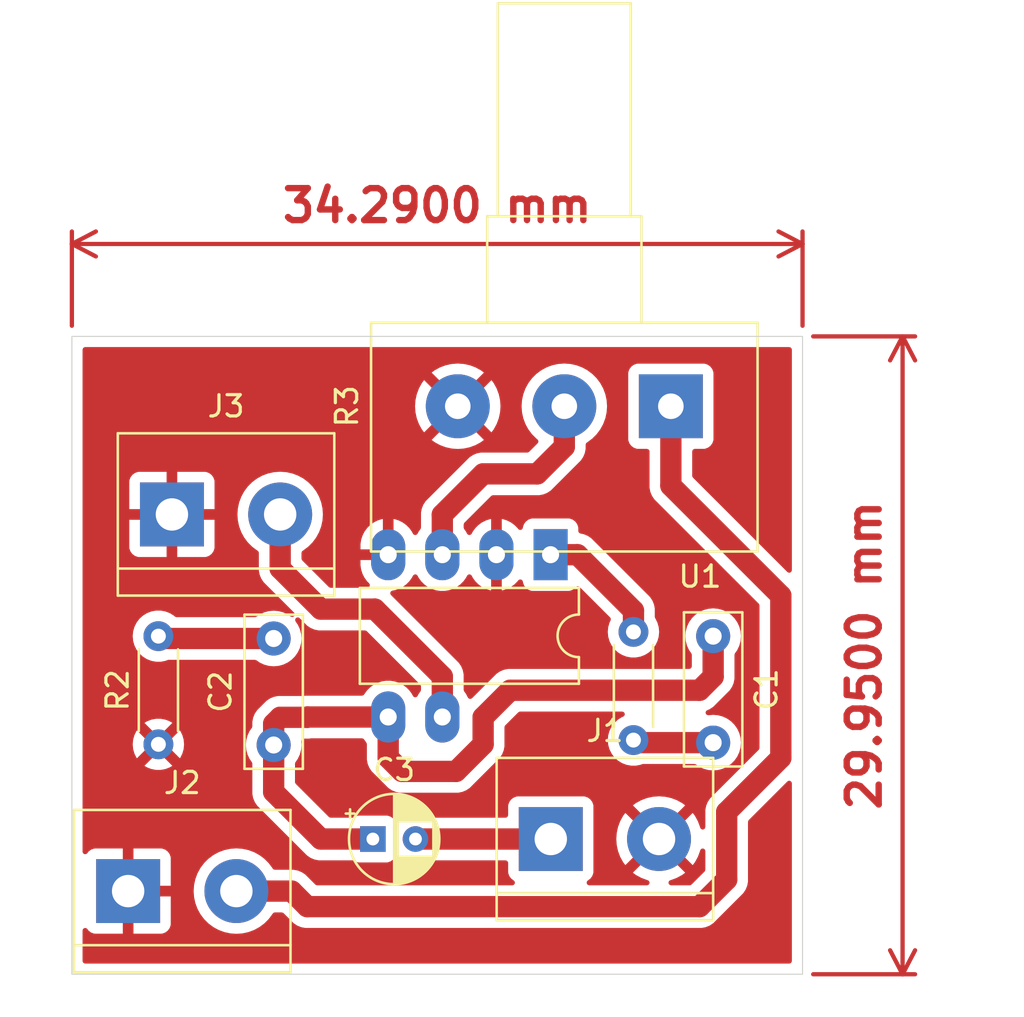
<source format=kicad_pcb>
(kicad_pcb (version 20240108) (generator "pcbnew") (generator_version "8.0")
  (layers (0 "F.Cu" signal) (31 "B.Cu" signal) (34 "B.Paste" user) (35 "F.Paste" user) (36 "B.SilkS" user "B.Silkscreen") (37 "F.SilkS" user "F.Silkscreen") (38 "B.Mask" user) (39 "F.Mask" user) (44 "Edge.Cuts" user))
  (net 0 "")
  (net 1 "Net-(C1-Pad2)")
  (net 2 "Net-(C1-Pad1)")
  (net 3 "Net-(C2-Pad2)")
  (net 4 "GND")
  (net 5 "VCC")
  (net 6 "Net-(R1-Pad1)")
  (net 7 "Net-(U1-+)")
  (net 8 "Net-(J1-Pin_1)")
  (net 9 "Net-(J2-Pin_2)")
  (footprint "Capacitor_THT:C_Rect_L7.0mm_W2.5mm_P5.00mm" (layer "F.Cu") (at 73.99 69.88 90)
    (property "Reference" "C2" (at 2.5 -2.5 -90) (layer "F.SilkS"))
    (property "Value" "C")
    (fp_line (start 6.12 -1.37) (end 6.12 1.37) (stroke (width 0.12)) (layer "F.SilkS"))
    (fp_line (start -1.12 -1.37) (end 6.12 -1.37) (stroke (width 0.12)) (layer "F.SilkS"))
    (fp_line (start -1.12 -1.37) (end -1.12 1.37) (stroke (width 0.12)) (layer "F.SilkS"))
    (fp_line (start -1.12 1.37) (end 6.12 1.37) (stroke (width 0.12)) (layer "F.SilkS"))
    (pad "1" thru_hole circle (at 0 0 90) (size 1.6 1.6) (drill 0.8) (layers "*.Cu" "*.Mask") (net 2 "Net-(C1-Pad1)"))
    (pad "2" thru_hole circle (at 5 0 90) (size 1.6 1.6) (drill 0.8) (layers "*.Cu" "*.Mask") (net 3 "Net-(C2-Pad2)"))
  )
  (footprint "Capacitor_THT:CP_Radial_D4.0mm_P2.00mm" (layer "F.Cu") (at 78.645 74.295)
    (property "Reference" "C3" (at 1 -3.25 0) (layer "F.SilkS"))
    (property "Value" "C_Polarized" (hide yes))
    (fp_line (start -1.269801 -1.195) (end -0.869801 -1.195) (stroke (width 0.12)) (layer "F.SilkS"))
    (fp_line (start -1.069801 -1.395) (end -1.069801 -0.995) (stroke (width 0.12)) (layer "F.SilkS"))
    (fp_line (start 1 -2.08) (end 1 2.08) (stroke (width 0.12)) (layer "F.SilkS"))
    (fp_line (start 1.04 -2.08) (end 1.04 2.08) (stroke (width 0.12)) (layer "F.SilkS"))
    (fp_line (start 1.08 -2.079) (end 1.08 2.079) (stroke (width 0.12)) (layer "F.SilkS"))
    (fp_line (start 1.12 -2.077) (end 1.12 2.077) (stroke (width 0.12)) (layer "F.SilkS"))
    (fp_line (start 1.16 -2.074) (end 1.16 2.074) (stroke (width 0.12)) (layer "F.SilkS"))
    (fp_line (start 1.2 -2.071) (end 1.2 -0.84) (stroke (width 0.12)) (layer "F.SilkS"))
    (fp_line (start 1.2 0.84) (end 1.2 2.071) (stroke (width 0.12)) (layer "F.SilkS"))
    (fp_line (start 1.24 -2.067) (end 1.24 -0.84) (stroke (width 0.12)) (layer "F.SilkS"))
    (fp_line (start 1.24 0.84) (end 1.24 2.067) (stroke (width 0.12)) (layer "F.SilkS"))
    (fp_line (start 1.28 -2.062) (end 1.28 -0.84) (stroke (width 0.12)) (layer "F.SilkS"))
    (fp_line (start 1.28 0.84) (end 1.28 2.062) (stroke (width 0.12)) (layer "F.SilkS"))
    (fp_line (start 1.32 -2.056) (end 1.32 -0.84) (stroke (width 0.12)) (layer "F.SilkS"))
    (fp_line (start 1.32 0.84) (end 1.32 2.056) (stroke (width 0.12)) (layer "F.SilkS"))
    (fp_line (start 1.36 -2.05) (end 1.36 -0.84) (stroke (width 0.12)) (layer "F.SilkS"))
    (fp_line (start 1.36 0.84) (end 1.36 2.05) (stroke (width 0.12)) (layer "F.SilkS"))
    (fp_line (start 1.4 -2.042) (end 1.4 -0.84) (stroke (width 0.12)) (layer "F.SilkS"))
    (fp_line (start 1.4 0.84) (end 1.4 2.042) (stroke (width 0.12)) (layer "F.SilkS"))
    (fp_line (start 1.44 -2.034) (end 1.44 -0.84) (stroke (width 0.12)) (layer "F.SilkS"))
    (fp_line (start 1.44 0.84) (end 1.44 2.034) (stroke (width 0.12)) (layer "F.SilkS"))
    (fp_line (start 1.48 -2.025) (end 1.48 -0.84) (stroke (width 0.12)) (layer "F.SilkS"))
    (fp_line (start 1.48 0.84) (end 1.48 2.025) (stroke (width 0.12)) (layer "F.SilkS"))
    (fp_line (start 1.52 -2.016) (end 1.52 -0.84) (stroke (width 0.12)) (layer "F.SilkS"))
    (fp_line (start 1.52 0.84) (end 1.52 2.016) (stroke (width 0.12)) (layer "F.SilkS"))
    (fp_line (start 1.56 -2.005) (end 1.56 -0.84) (stroke (width 0.12)) (layer "F.SilkS"))
    (fp_line (start 1.56 0.84) (end 1.56 2.005) (stroke (width 0.12)) (layer "F.SilkS"))
    (fp_line (start 1.6 -1.994) (end 1.6 -0.84) (stroke (width 0.12)) (layer "F.SilkS"))
    (fp_line (start 1.6 0.84) (end 1.6 1.994) (stroke (width 0.12)) (layer "F.SilkS"))
    (fp_line (start 1.64 -1.982) (end 1.64 -0.84) (stroke (width 0.12)) (layer "F.SilkS"))
    (fp_line (start 1.64 0.84) (end 1.64 1.982) (stroke (width 0.12)) (layer "F.SilkS"))
    (fp_line (start 1.68 -1.968) (end 1.68 -0.84) (stroke (width 0.12)) (layer "F.SilkS"))
    (fp_line (start 1.68 0.84) (end 1.68 1.968) (stroke (width 0.12)) (layer "F.SilkS"))
    (fp_line (start 1.721 -1.954) (end 1.721 -0.84) (stroke (width 0.12)) (layer "F.SilkS"))
    (fp_line (start 1.721 0.84) (end 1.721 1.954) (stroke (width 0.12)) (layer "F.SilkS"))
    (fp_line (start 1.761 -1.94) (end 1.761 -0.84) (stroke (width 0.12)) (layer "F.SilkS"))
    (fp_line (start 1.761 0.84) (end 1.761 1.94) (stroke (width 0.12)) (layer "F.SilkS"))
    (fp_line (start 1.801 -1.924) (end 1.801 -0.84) (stroke (width 0.12)) (layer "F.SilkS"))
    (fp_line (start 1.801 0.84) (end 1.801 1.924) (stroke (width 0.12)) (layer "F.SilkS"))
    (fp_line (start 1.841 -1.907) (end 1.841 -0.84) (stroke (width 0.12)) (layer "F.SilkS"))
    (fp_line (start 1.841 0.84) (end 1.841 1.907) (stroke (width 0.12)) (layer "F.SilkS"))
    (fp_line (start 1.881 -1.889) (end 1.881 -0.84) (stroke (width 0.12)) (layer "F.SilkS"))
    (fp_line (start 1.881 0.84) (end 1.881 1.889) (stroke (width 0.12)) (layer "F.SilkS"))
    (fp_line (start 1.921 -1.87) (end 1.921 -0.84) (stroke (width 0.12)) (layer "F.SilkS"))
    (fp_line (start 1.921 0.84) (end 1.921 1.87) (stroke (width 0.12)) (layer "F.SilkS"))
    (fp_line (start 1.961 -1.851) (end 1.961 -0.84) (stroke (width 0.12)) (layer "F.SilkS"))
    (fp_line (start 1.961 0.84) (end 1.961 1.851) (stroke (width 0.12)) (layer "F.SilkS"))
    (fp_line (start 2.001 -1.83) (end 2.001 -0.84) (stroke (width 0.12)) (layer "F.SilkS"))
    (fp_line (start 2.001 0.84) (end 2.001 1.83) (stroke (width 0.12)) (layer "F.SilkS"))
    (fp_line (start 2.041 -1.808) (end 2.041 -0.84) (stroke (width 0.12)) (layer "F.SilkS"))
    (fp_line (start 2.041 0.84) (end 2.041 1.808) (stroke (width 0.12)) (layer "F.SilkS"))
    (fp_line (start 2.081 -1.785) (end 2.081 -0.84) (stroke (width 0.12)) (layer "F.SilkS"))
    (fp_line (start 2.081 0.84) (end 2.081 1.785) (stroke (width 0.12)) (layer "F.SilkS"))
    (fp_line (start 2.121 -1.76) (end 2.121 -0.84) (stroke (width 0.12)) (layer "F.SilkS"))
    (fp_line (start 2.121 0.84) (end 2.121 1.76) (stroke (width 0.12)) (layer "F.SilkS"))
    (fp_line (start 2.161 -1.735) (end 2.161 -0.84) (stroke (width 0.12)) (layer "F.SilkS"))
    (fp_line (start 2.161 0.84) (end 2.161 1.735) (stroke (width 0.12)) (layer "F.SilkS"))
    (fp_line (start 2.201 -1.708) (end 2.201 -0.84) (stroke (width 0.12)) (layer "F.SilkS"))
    (fp_line (start 2.201 0.84) (end 2.201 1.708) (stroke (width 0.12)) (layer "F.SilkS"))
    (fp_line (start 2.241 -1.68) (end 2.241 -0.84) (stroke (width 0.12)) (layer "F.SilkS"))
    (fp_line (start 2.241 0.84) (end 2.241 1.68) (stroke (width 0.12)) (layer "F.SilkS"))
    (fp_line (start 2.281 -1.65) (end 2.281 -0.84) (stroke (width 0.12)) (layer "F.SilkS"))
    (fp_line (start 2.281 0.84) (end 2.281 1.65) (stroke (width 0.12)) (layer "F.SilkS"))
    (fp_line (start 2.321 -1.619) (end 2.321 -0.84) (stroke (width 0.12)) (layer "F.SilkS"))
    (fp_line (start 2.321 0.84) (end 2.321 1.619) (stroke (width 0.12)) (layer "F.SilkS"))
    (fp_line (start 2.361 -1.587) (end 2.361 -0.84) (stroke (width 0.12)) (layer "F.SilkS"))
    (fp_line (start 2.361 0.84) (end 2.361 1.587) (stroke (width 0.12)) (layer "F.SilkS"))
    (fp_line (start 2.401 -1.552) (end 2.401 -0.84) (stroke (width 0.12)) (layer "F.SilkS"))
    (fp_line (start 2.401 0.84) (end 2.401 1.552) (stroke (width 0.12)) (layer "F.SilkS"))
    (fp_line (start 2.441 -1.516) (end 2.441 -0.84) (stroke (width 0.12)) (layer "F.SilkS"))
    (fp_line (start 2.441 0.84) (end 2.441 1.516) (stroke (width 0.12)) (layer "F.SilkS"))
    (fp_line (start 2.481 -1.478) (end 2.481 -0.84) (stroke (width 0.12)) (layer "F.SilkS"))
    (fp_line (start 2.481 0.84) (end 2.481 1.478) (stroke (width 0.12)) (layer "F.SilkS"))
    (fp_line (start 2.521 -1.438) (end 2.521 -0.84) (stroke (width 0.12)) (layer "F.SilkS"))
    (fp_line (start 2.521 0.84) (end 2.521 1.438) (stroke (width 0.12)) (layer "F.SilkS"))
    (fp_line (start 2.561 -1.396) (end 2.561 -0.84) (stroke (width 0.12)) (layer "F.SilkS"))
    (fp_line (start 2.561 0.84) (end 2.561 1.396) (stroke (width 0.12)) (layer "F.SilkS"))
    (fp_line (start 2.601 -1.351) (end 2.601 -0.84) (stroke (width 0.12)) (layer "F.SilkS"))
    (fp_line (start 2.601 0.84) (end 2.601 1.351) (stroke (width 0.12)) (layer "F.SilkS"))
    (fp_line (start 2.641 -1.304) (end 2.641 -0.84) (stroke (width 0.12)) (layer "F.SilkS"))
    (fp_line (start 2.641 0.84) (end 2.641 1.304) (stroke (width 0.12)) (layer "F.SilkS"))
    (fp_line (start 2.681 -1.254) (end 2.681 -0.84) (stroke (width 0.12)) (layer "F.SilkS"))
    (fp_line (start 2.681 0.84) (end 2.681 1.254) (stroke (width 0.12)) (layer "F.SilkS"))
    (fp_line (start 2.721 -1.2) (end 2.721 -0.84) (stroke (width 0.12)) (layer "F.SilkS"))
    (fp_line (start 2.721 0.84) (end 2.721 1.2) (stroke (width 0.12)) (layer "F.SilkS"))
    (fp_line (start 2.761 -1.142) (end 2.761 -0.84) (stroke (width 0.12)) (layer "F.SilkS"))
    (fp_line (start 2.761 0.84) (end 2.761 1.142) (stroke (width 0.12)) (layer "F.SilkS"))
    (fp_line (start 2.801 -1.08) (end 2.801 -0.84) (stroke (width 0.12)) (layer "F.SilkS"))
    (fp_line (start 2.801 0.84) (end 2.801 1.08) (stroke (width 0.12)) (layer "F.SilkS"))
    (fp_line (start 2.841 -1.013) (end 2.841 1.013) (stroke (width 0.12)) (layer "F.SilkS"))
    (fp_line (start 2.881 -0.94) (end 2.881 0.94) (stroke (width 0.12)) (layer "F.SilkS"))
    (fp_line (start 2.921 -0.859) (end 2.921 0.859) (stroke (width 0.12)) (layer "F.SilkS"))
    (fp_line (start 2.961 -0.768) (end 2.961 0.768) (stroke (width 0.12)) (layer "F.SilkS"))
    (fp_line (start 3.001 -0.664) (end 3.001 0.664) (stroke (width 0.12)) (layer "F.SilkS"))
    (fp_line (start 3.041 -0.537) (end 3.041 0.537) (stroke (width 0.12)) (layer "F.SilkS"))
    (fp_line (start 3.081 -0.37) (end 3.081 0.37) (stroke (width 0.12)) (layer "F.SilkS"))
    (fp_circle (center 1 0) (end 3.12 0) (stroke (width 0.12)) (fill none) (layer "F.SilkS"))
    (pad "1" thru_hole rect (at 0 0) (size 1.2 1.2) (drill 0.6) (layers "*.Cu" "*.Mask") (net 2 "Net-(C1-Pad1)"))
    (pad "2" thru_hole circle (at 2 0) (size 1.2 1.2) (drill 0.6) (layers "*.Cu" "*.Mask") (net 8 "Net-(J1-Pin_1)"))
  )
  (footprint "TerminalBlock:TerminalBlock_bornier-2_P5.08mm" (layer "F.Cu") (at 86.995 74.295)
    (property "Reference" "J1" (at 2.54 -5.08 0) (layer "F.SilkS"))
    (property "Value" "Screw_Terminal_01x02")
    (fp_line (start -2.54 -3.81) (end -2.54 3.81) (stroke (width 0.12)) (layer "F.SilkS"))
    (fp_line (start -2.54 3.81) (end 7.62 3.81) (stroke (width 0.12)) (layer "F.SilkS"))
    (fp_line (start 7.62 -3.81) (end -2.54 -3.81) (stroke (width 0.12)) (layer "F.SilkS"))
    (fp_line (start 7.62 2.54) (end -2.54 2.54) (stroke (width 0.12)) (layer "F.SilkS"))
    (fp_line (start 7.62 3.81) (end 7.62 -3.81) (stroke (width 0.12)) (layer "F.SilkS"))
    (pad "1" thru_hole rect (at 0 0) (size 3 3) (drill 1.52) (layers "*.Cu" "*.Mask") (net 8 "Net-(J1-Pin_1)"))
    (pad "2" thru_hole circle (at 5.08 0) (size 3 3) (drill 1.52) (layers "*.Cu" "*.Mask") (net 4 "GND"))
  )
  (footprint "Resistor_THT:R_Axial_DIN0204_L3.6mm_D1.6mm_P5.08mm_Horizontal" (layer "F.Cu") (at 68.58 69.85 90)
    (property "Reference" "R2" (at 2.54 -1.92 -90) (layer "F.SilkS"))
    (property "Value" "R")
    (fp_line (start 0.62 -0.92) (end 4.46 -0.92) (stroke (width 0.12)) (layer "F.SilkS"))
    (fp_line (start 0.62 0.92) (end 4.46 0.92) (stroke (width 0.12)) (layer "F.SilkS"))
    (pad "1" thru_hole circle (at 0 0 90) (size 1.4 1.4) (drill 0.7) (layers "*.Cu" "*.Mask") (net 4 "GND"))
    (pad "2" thru_hole oval (at 5.08 0 90) (size 1.4 1.4) (drill 0.7) (layers "*.Cu" "*.Mask") (net 3 "Net-(C2-Pad2)"))
  )
  (footprint "Capacitor_THT:C_Rect_L7.0mm_W2.5mm_P5.00mm" (layer "F.Cu") (at 94.615 64.77 -90)
    (property "Reference" "C1" (at 2.5 -2.5 90) (layer "F.SilkS"))
    (property "Value" "C")
    (fp_line (start -1.12 1.37) (end 6.12 1.37) (stroke (width 0.12)) (layer "F.SilkS"))
    (fp_line (start -1.12 -1.37) (end -1.12 1.37) (stroke (width 0.12)) (layer "F.SilkS"))
    (fp_line (start -1.12 -1.37) (end 6.12 -1.37) (stroke (width 0.12)) (layer "F.SilkS"))
    (fp_line (start 6.12 -1.37) (end 6.12 1.37) (stroke (width 0.12)) (layer "F.SilkS"))
    (pad "1" thru_hole circle (at 0 0 270) (size 1.6 1.6) (drill 0.8) (layers "*.Cu" "*.Mask") (net 2 "Net-(C1-Pad1)"))
    (pad "2" thru_hole circle (at 5 0 270) (size 1.6 1.6) (drill 0.8) (layers "*.Cu" "*.Mask") (net 1 "Net-(C1-Pad2)"))
  )
  (footprint "Potentiometer_THT:Potentiometer_Alps_RK163_Single_Horizontal" (layer "F.Cu") (at 92.63 53.975 -90)
    (property "Reference" "R3" (at 0 15.2 90) (layer "F.SilkS"))
    (property "Value" "POT")
    (fp_line (start -3.92 14.07) (end -3.92 -4.07) (stroke (width 0.12)) (layer "F.SilkS"))
    (fp_line (start 6.82 14.07) (end -3.92 14.07) (stroke (width 0.12)) (layer "F.SilkS"))
    (fp_line (start 6.82 14.07) (end 6.82 -4.07) (stroke (width 0.12)) (layer "F.SilkS"))
    (fp_line (start -8.92 8.62) (end -8.92 1.38) (stroke (width 0.12)) (layer "F.SilkS"))
    (fp_line (start -3.92 8.62) (end -8.92 8.62) (stroke (width 0.12)) (layer "F.SilkS"))
    (fp_line (start -18.92 8.12) (end -18.92 1.88) (stroke (width 0.12)) (layer "F.SilkS"))
    (fp_line (start -8.92 8.12) (end -18.92 8.12) (stroke (width 0.12)) (layer "F.SilkS"))
    (fp_line (start -8.92 1.88) (end -18.92 1.88) (stroke (width 0.12)) (layer "F.SilkS"))
    (fp_line (start -3.92 1.38) (end -8.92 1.38) (stroke (width 0.12)) (layer "F.SilkS"))
    (fp_line (start 6.82 -4.07) (end -3.92 -4.07) (stroke (width 0.12)) (layer "F.SilkS"))
    (pad "1" thru_hole rect (at 0 0 90) (size 3 3) (drill 1.2) (layers "*.Cu" "*.Mask") (net 9 "Net-(J2-Pin_2)"))
    (pad "2" thru_hole circle (at 0 5 90) (size 3 3) (drill 1.2) (layers "*.Cu" "*.Mask") (net 7 "Net-(U1-+)"))
    (pad "3" thru_hole circle (at 0 10 90) (size 3 3) (drill 1.2) (layers "*.Cu" "*.Mask") (net 4 "GND"))
  )
  (footprint "Package_DIP:DIP-8_W7.62mm_LongPads" (layer "F.Cu") (at 86.985 60.945 -90)
    (property "Reference" "U1" (at 1.025 -7.01 180) (layer "F.SilkS"))
    (property "Value" "LM386")
    (fp_line (start 1.56 8.95) (end 6.06 8.95) (stroke (width 0.12)) (layer "F.SilkS"))
    (fp_line (start 6.06 8.95) (end 6.06 -1.33) (stroke (width 0.12)) (layer "F.SilkS"))
    (fp_line (start 1.56 -1.33) (end 1.56 8.95) (stroke (width 0.12)) (layer "F.SilkS"))
    (fp_line (start 2.81 -1.33) (end 1.56 -1.33) (stroke (width 0.12)) (layer "F.SilkS"))
    (fp_line (start 6.06 -1.33) (end 4.81 -1.33) (stroke (width 0.12)) (layer "F.SilkS"))
    (fp_arc (start 4.81 -1.33) (mid 3.81 -0.33) (end 2.81 -1.33) (stroke (width 0.12)) (layer "F.SilkS"))
    (pad "1" thru_hole rect (at 0 0 270) (size 2.4 1.6) (drill 0.8) (layers "*.Cu" "*.Mask") (net 6 "Net-(R1-Pad1)"))
    (pad "2" thru_hole oval (at 0 2.54 270) (size 2.4 1.6) (drill 0.8) (layers "*.Cu" "*.Mask") (net 4 "GND"))
    (pad "3" thru_hole oval (at 0 5.08 270) (size 2.4 1.6) (drill 0.8) (layers "*.Cu" "*.Mask") (net 7 "Net-(U1-+)"))
    (pad "4" thru_hole oval (at 0 7.62 270) (size 2.4 1.6) (drill 0.8) (layers "*.Cu" "*.Mask") (net 4 "GND"))
    (pad "5" thru_hole oval (at 7.62 7.62 270) (size 2.4 1.6) (drill 0.8) (layers "*.Cu" "*.Mask") (net 2 "Net-(C1-Pad1)"))
    (pad "6" thru_hole oval (at 7.62 5.08 270) (size 2.4 1.6) (drill 0.8) (layers "*.Cu" "*.Mask") (net 5 "VCC"))
  )
  (footprint "TerminalBlock:TerminalBlock_bornier-2_P5.08mm" (layer "F.Cu") (at 69.215 59.055)
    (property "Reference" "J3" (at 2.54 -5.08 0) (layer "F.SilkS"))
    (property "Value" "Screw_Terminal_01x02")
    (fp_line (start -2.54 -3.81) (end -2.54 3.81) (stroke (width 0.12)) (layer "F.SilkS"))
    (fp_line (start -2.54 3.81) (end 7.62 3.81) (stroke (width 0.12)) (layer "F.SilkS"))
    (fp_line (start 7.62 -3.81) (end -2.54 -3.81) (stroke (width 0.12)) (layer "F.SilkS"))
    (fp_line (start 7.62 2.54) (end -2.54 2.54) (stroke (width 0.12)) (layer "F.SilkS"))
    (fp_line (start 7.62 3.81) (end 7.62 -3.81) (stroke (width 0.12)) (layer "F.SilkS"))
    (pad "1" thru_hole rect (at 0 0) (size 3 3) (drill 1.52) (layers "*.Cu" "*.Mask") (net 4 "GND"))
    (pad "2" thru_hole circle (at 5.08 0) (size 3 3) (drill 1.52) (layers "*.Cu" "*.Mask") (net 5 "VCC"))
  )
  (footprint "Resistor_THT:R_Axial_DIN0204_L3.6mm_D1.6mm_P5.08mm_Horizontal" (layer "F.Cu") (at 90.875 64.57 -90)
    (property "Reference" "R1" (hide yes))
    (property "Value" "R")
    (fp_line (start 0.62 0.92) (end 4.46 0.92) (stroke (width 0.12)) (layer "F.SilkS"))
    (fp_line (start 0.62 -0.92) (end 4.46 -0.92) (stroke (width 0.12)) (layer "F.SilkS"))
    (pad "1" thru_hole circle (at 0 0 270) (size 1.4 1.4) (drill 0.7) (layers "*.Cu" "*.Mask") (net 6 "Net-(R1-Pad1)"))
    (pad "2" thru_hole oval (at 5.08 0 270) (size 1.4 1.4) (drill 0.7) (layers "*.Cu" "*.Mask") (net 1 "Net-(C1-Pad2)"))
  )
  (footprint "TerminalBlock:TerminalBlock_bornier-2_P5.08mm" (layer "F.Cu") (at 67.16 76.74)
    (property "Reference" "J2" (at 2.54 -5.08 0) (layer "F.SilkS"))
    (property "Value" "Screw_Terminal_01x02")
    (fp_line (start -2.54 -3.81) (end -2.54 3.81) (stroke (width 0.12)) (layer "F.SilkS"))
    (fp_line (start -2.54 3.81) (end 7.62 3.81) (stroke (width 0.12)) (layer "F.SilkS"))
    (fp_line (start 7.62 -3.81) (end -2.54 -3.81) (stroke (width 0.12)) (layer "F.SilkS"))
    (fp_line (start 7.62 2.54) (end -2.54 2.54) (stroke (width 0.12)) (layer "F.SilkS"))
    (fp_line (start 7.62 3.81) (end 7.62 -3.81) (stroke (width 0.12)) (layer "F.SilkS"))
    (pad "1" thru_hole rect (at 0 0) (size 3 3) (drill 1.52) (layers "*.Cu" "*.Mask") (net 4 "GND"))
    (pad "2" thru_hole circle (at 5.08 0) (size 3 3) (drill 1.52) (layers "*.Cu" "*.Mask") (net 9 "Net-(J2-Pin_2)"))
  )
  (gr_rect (start 64.52 50.695) (end 98.81 80.645) (stroke (width 0.05)) (fill none) (layer "Edge.Cuts"))
  (dimension (type aligned) (layer "F.Cu") (pts (xy 64.52 50.695) (xy 98.81 50.695)) (height -4.34) (gr_text "34,2900 mm" (at 81.665 44.555 0) (layer "F.Cu") (effects (font (size 1.5 1.5) (thickness 0.3)))) (format (prefix "") (suffix "") (units 3) (units_format 1) (precision 4)) (style (thickness 0.2) (arrow_length 1.27) (text_position_mode 0) (extension_height 0.58642) (extension_offset 0.5) keep_text_aligned))
  (dimension (type aligned) (layer "F.Cu") (pts (xy 98.81 50.695) (xy 98.81 80.645)) (height -4.695) (gr_text "29,9500 mm" (at 101.705 65.67 90) (layer "F.Cu") (effects (font (size 1.5 1.5) (thickness 0.3)))) (format (prefix "") (suffix "") (units 3) (units_format 1) (precision 4)) (style (thickness 0.2) (arrow_length 1.27) (text_position_mode 0) (extension_height 0.58642) (extension_offset 0.5) keep_text_aligned))
  (segment (start 90.995 69.77) (end 90.875 69.65) (width 1) (layer "F.Cu") (net 1))
  (segment (start 94.615 69.77) (end 90.995 69.77) (width 1) (layer "F.Cu") (net 1))
  (segment (start 79.365 70.475) (end 80.01 71.12) (width 1) (layer "F.Cu") (net 2))
  (segment (start 85.09 67.31) (end 93.98 67.31) (width 1) (layer "F.Cu") (net 2))
  (segment (start 75.565 68.58) (end 75.58 68.565) (width 1) (layer "F.Cu") (net 2))
  (segment (start 83.82 69.85) (end 83.82 68.58) (width 1) (layer "F.Cu") (net 2))
  (segment (start 76.2 74.295) (end 73.99 72.085) (width 1) (layer "F.Cu") (net 2))
  (segment (start 78.645 74.295) (end 76.2 74.295) (width 1) (layer "F.Cu") (net 2))
  (segment (start 82.55 71.12) (end 83.82 69.85) (width 1) (layer "F.Cu") (net 2))
  (segment (start 73.99 72.085) (end 73.99 69.88) (width 1) (layer "F.Cu") (net 2))
  (segment (start 73.99 68.885) (end 74.295 68.58) (width 1) (layer "F.Cu") (net 2))
  (segment (start 75.58 68.565) (end 79.365 68.565) (width 1) (layer "F.Cu") (net 2))
  (segment (start 83.82 68.58) (end 85.09 67.31) (width 1) (layer "F.Cu") (net 2))
  (segment (start 94.615 66.675) (end 94.615 64.77) (width 1) (layer "F.Cu") (net 2))
  (segment (start 79.365 68.565) (end 79.365 70.475) (width 1) (layer "F.Cu") (net 2))
  (segment (start 80.01 71.12) (end 82.55 71.12) (width 1) (layer "F.Cu") (net 2))
  (segment (start 74.295 68.58) (end 75.565 68.58) (width 1) (layer "F.Cu") (net 2))
  (segment (start 93.98 67.31) (end 94.615 66.675) (width 1) (layer "F.Cu") (net 2))
  (segment (start 73.99 69.88) (end 73.99 68.885) (width 1) (layer "F.Cu") (net 2))
  (segment (start 73.99 64.88) (end 68.69 64.88) (width 1) (layer "F.Cu") (net 3))
  (segment (start 68.69 64.88) (end 68.58 64.77) (width 1) (layer "F.Cu") (net 3))
  (segment (start 78.74 63.5) (end 76.2 63.5) (width 1) (layer "F.Cu") (net 5))
  (segment (start 76.2 63.5) (end 74.295 61.595) (width 1) (layer "F.Cu") (net 5))
  (segment (start 81.905 66.665) (end 78.74 63.5) (width 1) (layer "F.Cu") (net 5))
  (segment (start 81.905 68.565) (end 81.905 66.665) (width 1) (layer "F.Cu") (net 5))
  (segment (start 74.295 61.595) (end 74.295 59.055) (width 1) (layer "F.Cu") (net 5))
  (segment (start 88.25 60.945) (end 90.875 63.57) (width 1) (layer "F.Cu") (net 6))
  (segment (start 86.985 60.945) (end 88.25 60.945) (width 1) (layer "F.Cu") (net 6))
  (segment (start 90.875 63.57) (end 90.875 64.57) (width 1) (layer "F.Cu") (net 6))
  (segment (start 90.875 64.57) (end 90.875 64.205) (width 1) (layer "F.Cu") (net 6))
  (segment (start 86.36 57.15) (end 83.82 57.15) (width 1) (layer "F.Cu") (net 7))
  (segment (start 83.82 57.15) (end 81.905 59.065) (width 1) (layer "F.Cu") (net 7))
  (segment (start 87.63 55.88) (end 86.36 57.15) (width 1) (layer "F.Cu") (net 7))
  (segment (start 81.905 59.065) (end 81.905 60.945) (width 1) (layer "F.Cu") (net 7))
  (segment (start 87.63 53.975) (end 87.63 55.88) (width 1) (layer "F.Cu") (net 7))
  (segment (start 80.645 74.295) (end 86.995 74.295) (width 1) (layer "F.Cu") (net 8))
  (segment (start 95.25 76.2) (end 93.98 77.47) (width 1) (layer "F.Cu") (net 9))
  (segment (start 95.25 73.025) (end 95.25 76.2) (width 1) (layer "F.Cu") (net 9))
  (segment (start 74.835 76.74) (end 72.24 76.74) (width 1) (layer "F.Cu") (net 9))
  (segment (start 75.565 77.47) (end 74.835 76.74) (width 1) (layer "F.Cu") (net 9))
  (segment (start 97.79 62.865) (end 97.79 70.485) (width 1) (layer "F.Cu") (net 9))
  (segment (start 92.63 57.705) (end 97.79 62.865) (width 1) (layer "F.Cu") (net 9))
  (segment (start 92.63 53.975) (end 92.63 57.705) (width 1) (layer "F.Cu") (net 9))
  (segment (start 93.98 77.47) (end 75.565 77.47) (width 1) (layer "F.Cu") (net 9))
  (segment (start 97.79 70.485) (end 95.25 73.025) (width 1) (layer "F.Cu") (net 9))
  (zone (net 4) (net_name "GND") (layer "F.Cu") (connect_pads (clearance 0.5)) (min_thickness 0.25) (fill yes (thermal_gap 0.5) (thermal_bridge_width 0.5))
    (polygon (pts (xy 98.81 80.645) (xy 98.81 50.695) (xy 64.52 50.695) (xy 64.52 80.645)))
  )
)
</source>
